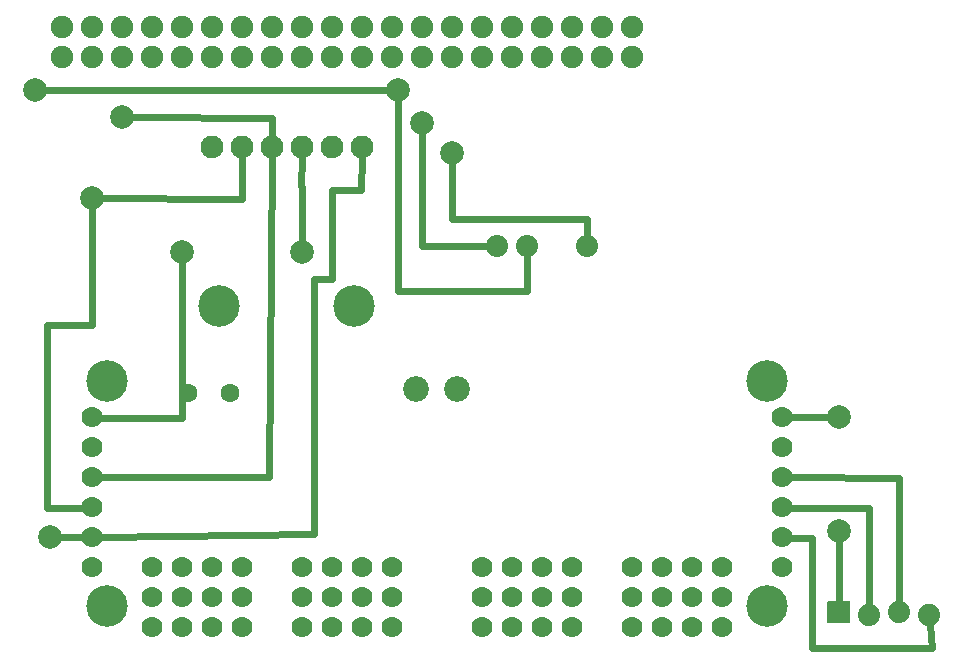
<source format=gbl>
G04 MADE WITH FRITZING*
G04 WWW.FRITZING.ORG*
G04 DOUBLE SIDED*
G04 HOLES PLATED*
G04 CONTOUR ON CENTER OF CONTOUR VECTOR*
%ASAXBY*%
%FSLAX23Y23*%
%MOIN*%
%OFA0B0*%
%SFA1.0B1.0*%
%ADD10C,0.073749*%
%ADD11C,0.078740*%
%ADD12C,0.074000*%
%ADD13C,0.075361*%
%ADD14C,0.063000*%
%ADD15C,0.086000*%
%ADD16C,0.070000*%
%ADD17C,0.138425*%
%ADD18C,0.076000*%
%ADD19C,0.024000*%
%ADD20R,0.001000X0.001000*%
%LNCOPPER0*%
G90*
G70*
G54D10*
X1794Y1426D03*
X1894Y1426D03*
X2094Y1426D03*
G54D11*
X304Y456D03*
X544Y1856D03*
X444Y1586D03*
X744Y1406D03*
X1144Y1406D03*
X254Y1946D03*
X1464Y1946D03*
X1544Y1836D03*
X1644Y1736D03*
G54D12*
X2934Y206D03*
X3034Y196D03*
X3134Y206D03*
X3234Y196D03*
G54D11*
X2934Y856D03*
X2934Y476D03*
G54D13*
X344Y2056D03*
X444Y2056D03*
X544Y2056D03*
X644Y2056D03*
X744Y2056D03*
X844Y2056D03*
X944Y2056D03*
X1044Y2056D03*
X1144Y2056D03*
X1244Y2056D03*
X1344Y2056D03*
X1444Y2056D03*
X1544Y2056D03*
X1644Y2056D03*
X1744Y2056D03*
X1844Y2056D03*
X1944Y2056D03*
X2044Y2056D03*
X2144Y2056D03*
X2244Y2056D03*
X2244Y2156D03*
X2144Y2156D03*
X2044Y2156D03*
X1944Y2156D03*
X1844Y2156D03*
X1744Y2156D03*
X1644Y2156D03*
X1544Y2156D03*
X1444Y2156D03*
X1344Y2156D03*
X1244Y2156D03*
X1144Y2156D03*
X1044Y2156D03*
X944Y2156D03*
X844Y2156D03*
X744Y2156D03*
X644Y2156D03*
X544Y2156D03*
X444Y2156D03*
X344Y2156D03*
G54D14*
X904Y936D03*
X764Y936D03*
G54D15*
X1524Y951D03*
X1661Y951D03*
G54D16*
X1444Y356D03*
G54D17*
X494Y976D03*
G54D16*
X1444Y256D03*
X1444Y156D03*
X1344Y356D03*
X1344Y256D03*
X1344Y156D03*
X1244Y356D03*
X1244Y256D03*
X1244Y156D03*
X1144Y356D03*
X1144Y256D03*
X1144Y156D03*
X944Y356D03*
X944Y256D03*
X944Y156D03*
X844Y356D03*
X844Y256D03*
X844Y156D03*
X744Y356D03*
X744Y256D03*
X744Y156D03*
X644Y356D03*
X644Y256D03*
X644Y156D03*
X444Y356D03*
X444Y456D03*
X444Y556D03*
G54D17*
X2694Y976D03*
G54D16*
X444Y656D03*
X444Y756D03*
X444Y856D03*
X2744Y356D03*
X2744Y456D03*
X2744Y556D03*
X2744Y656D03*
X2744Y756D03*
X2744Y856D03*
X2544Y356D03*
X2544Y256D03*
X2544Y156D03*
X2444Y356D03*
X2444Y256D03*
X2444Y156D03*
X2344Y356D03*
X2344Y256D03*
X2344Y156D03*
X2244Y356D03*
X2244Y256D03*
X2244Y156D03*
X2044Y356D03*
X2044Y256D03*
X2044Y156D03*
X1944Y356D03*
X1944Y256D03*
X1944Y156D03*
X1844Y356D03*
X1844Y256D03*
X1844Y156D03*
X1744Y356D03*
X1744Y256D03*
X1744Y156D03*
G54D17*
X494Y226D03*
X2694Y226D03*
G54D18*
X844Y1756D03*
X944Y1756D03*
X1044Y1756D03*
X1144Y1756D03*
X1244Y1756D03*
X1344Y1756D03*
G54D17*
X1319Y1226D03*
X869Y1226D03*
G54D19*
X445Y1586D02*
X944Y1585D01*
D02*
X461Y1612D02*
X445Y1586D01*
D02*
X944Y1585D02*
X944Y1725D01*
D02*
X575Y1856D02*
X1045Y1855D01*
D02*
X1045Y1855D02*
X1045Y1786D01*
D02*
X1035Y656D02*
X476Y656D01*
D02*
X1044Y1725D02*
X1035Y656D01*
D02*
X445Y1165D02*
X295Y1165D01*
D02*
X295Y555D02*
X413Y555D01*
D02*
X295Y1165D02*
X295Y555D01*
D02*
X445Y1586D02*
X445Y1165D01*
D02*
X335Y456D02*
X413Y456D01*
D02*
X1244Y1316D02*
X1184Y1316D01*
D02*
X1184Y1164D02*
X1184Y467D01*
D02*
X1245Y1615D02*
X1244Y1316D01*
D02*
X1343Y1615D02*
X1245Y1615D01*
D02*
X1344Y1725D02*
X1343Y1615D01*
D02*
X1184Y1316D02*
X1184Y1164D01*
D02*
X1184Y467D02*
X476Y456D01*
D02*
X744Y855D02*
X744Y1375D01*
D02*
X476Y855D02*
X744Y855D01*
D02*
X1144Y1625D02*
X1143Y1626D01*
D02*
X1143Y1626D02*
X1144Y1725D01*
D02*
X1144Y1436D02*
X1144Y1625D01*
D02*
X1434Y1946D02*
X285Y1946D01*
D02*
X1465Y1276D02*
X1894Y1276D01*
D02*
X1894Y1276D02*
X1894Y1393D01*
D02*
X1464Y1915D02*
X1465Y1276D01*
D02*
X1544Y1426D02*
X1762Y1426D01*
D02*
X1544Y1805D02*
X1544Y1426D01*
D02*
X2096Y1517D02*
X2095Y1458D01*
D02*
X1645Y1516D02*
X2096Y1517D01*
D02*
X1645Y1705D02*
X1645Y1516D01*
D02*
X3244Y86D02*
X2844Y86D01*
D02*
X2844Y86D02*
X2844Y455D01*
D02*
X2844Y455D02*
X2776Y455D01*
D02*
X3237Y165D02*
X3244Y86D01*
D02*
X3135Y655D02*
X2776Y656D01*
D02*
X3134Y237D02*
X3135Y655D01*
D02*
X3035Y555D02*
X2776Y555D01*
D02*
X3034Y227D02*
X3035Y555D01*
D02*
X2934Y445D02*
X2934Y237D01*
D02*
X2904Y856D02*
X2776Y856D01*
G54D20*
X2898Y243D02*
X2970Y243D01*
X2897Y242D02*
X2970Y242D01*
X2897Y241D02*
X2970Y241D01*
X2897Y240D02*
X2970Y240D01*
X2897Y239D02*
X2970Y239D01*
X2897Y238D02*
X2970Y238D01*
X2897Y237D02*
X2970Y237D01*
X2897Y236D02*
X2970Y236D01*
X2897Y235D02*
X2970Y235D01*
X2897Y234D02*
X2970Y234D01*
X2897Y233D02*
X2970Y233D01*
X2897Y232D02*
X2970Y232D01*
X2897Y231D02*
X2970Y231D01*
X2897Y230D02*
X2970Y230D01*
X2897Y229D02*
X2970Y229D01*
X2897Y228D02*
X2970Y228D01*
X2897Y227D02*
X2970Y227D01*
X2897Y226D02*
X2970Y226D01*
X2897Y225D02*
X2927Y225D01*
X2940Y225D02*
X2970Y225D01*
X2897Y224D02*
X2925Y224D01*
X2943Y224D02*
X2970Y224D01*
X2897Y223D02*
X2923Y223D01*
X2945Y223D02*
X2970Y223D01*
X2897Y222D02*
X2921Y222D01*
X2946Y222D02*
X2970Y222D01*
X2897Y221D02*
X2920Y221D01*
X2947Y221D02*
X2970Y221D01*
X2897Y220D02*
X2919Y220D01*
X2948Y220D02*
X2970Y220D01*
X2897Y219D02*
X2918Y219D01*
X2949Y219D02*
X2970Y219D01*
X2897Y218D02*
X2917Y218D01*
X2950Y218D02*
X2970Y218D01*
X2897Y217D02*
X2916Y217D01*
X2951Y217D02*
X2970Y217D01*
X2897Y216D02*
X2916Y216D01*
X2951Y216D02*
X2970Y216D01*
X2897Y215D02*
X2915Y215D01*
X2952Y215D02*
X2970Y215D01*
X2897Y214D02*
X2915Y214D01*
X2952Y214D02*
X2970Y214D01*
X2897Y213D02*
X2914Y213D01*
X2953Y213D02*
X2970Y213D01*
X2897Y212D02*
X2914Y212D01*
X2953Y212D02*
X2970Y212D01*
X2897Y211D02*
X2914Y211D01*
X2953Y211D02*
X2970Y211D01*
X2897Y210D02*
X2914Y210D01*
X2954Y210D02*
X2970Y210D01*
X2897Y209D02*
X2913Y209D01*
X2954Y209D02*
X2970Y209D01*
X2897Y208D02*
X2913Y208D01*
X2954Y208D02*
X2970Y208D01*
X2897Y207D02*
X2913Y207D01*
X2954Y207D02*
X2970Y207D01*
X2897Y206D02*
X2913Y206D01*
X2954Y206D02*
X2970Y206D01*
X2897Y205D02*
X2913Y205D01*
X2954Y205D02*
X2970Y205D01*
X2897Y204D02*
X2913Y204D01*
X2954Y204D02*
X2970Y204D01*
X2897Y203D02*
X2913Y203D01*
X2954Y203D02*
X2970Y203D01*
X2897Y202D02*
X2914Y202D01*
X2954Y202D02*
X2970Y202D01*
X2897Y201D02*
X2914Y201D01*
X2953Y201D02*
X2970Y201D01*
X2897Y200D02*
X2914Y200D01*
X2953Y200D02*
X2970Y200D01*
X2897Y199D02*
X2914Y199D01*
X2953Y199D02*
X2970Y199D01*
X2897Y198D02*
X2915Y198D01*
X2952Y198D02*
X2970Y198D01*
X2897Y197D02*
X2915Y197D01*
X2952Y197D02*
X2970Y197D01*
X2897Y196D02*
X2916Y196D01*
X2951Y196D02*
X2970Y196D01*
X2897Y195D02*
X2916Y195D01*
X2951Y195D02*
X2970Y195D01*
X2897Y194D02*
X2917Y194D01*
X2950Y194D02*
X2970Y194D01*
X2897Y193D02*
X2918Y193D01*
X2949Y193D02*
X2970Y193D01*
X2897Y192D02*
X2919Y192D01*
X2948Y192D02*
X2970Y192D01*
X2897Y191D02*
X2920Y191D01*
X2947Y191D02*
X2970Y191D01*
X2897Y190D02*
X2921Y190D01*
X2946Y190D02*
X2970Y190D01*
X2897Y189D02*
X2923Y189D01*
X2944Y189D02*
X2970Y189D01*
X2897Y188D02*
X2925Y188D01*
X2943Y188D02*
X2970Y188D01*
X2897Y187D02*
X2927Y187D01*
X2940Y187D02*
X2970Y187D01*
X2897Y186D02*
X2970Y186D01*
X2897Y185D02*
X2970Y185D01*
X2897Y184D02*
X2970Y184D01*
X2897Y183D02*
X2970Y183D01*
X2897Y182D02*
X2970Y182D01*
X2897Y181D02*
X2970Y181D01*
X2897Y180D02*
X2970Y180D01*
X2897Y179D02*
X2970Y179D01*
X2897Y178D02*
X2970Y178D01*
X2897Y177D02*
X2970Y177D01*
X2897Y176D02*
X2970Y176D01*
X2897Y175D02*
X2970Y175D01*
X2897Y174D02*
X2970Y174D01*
X2897Y173D02*
X2970Y173D01*
X2897Y172D02*
X2970Y172D01*
X2897Y171D02*
X2970Y171D01*
X2897Y170D02*
X2970Y170D01*
D02*
G04 End of Copper0*
M02*
</source>
